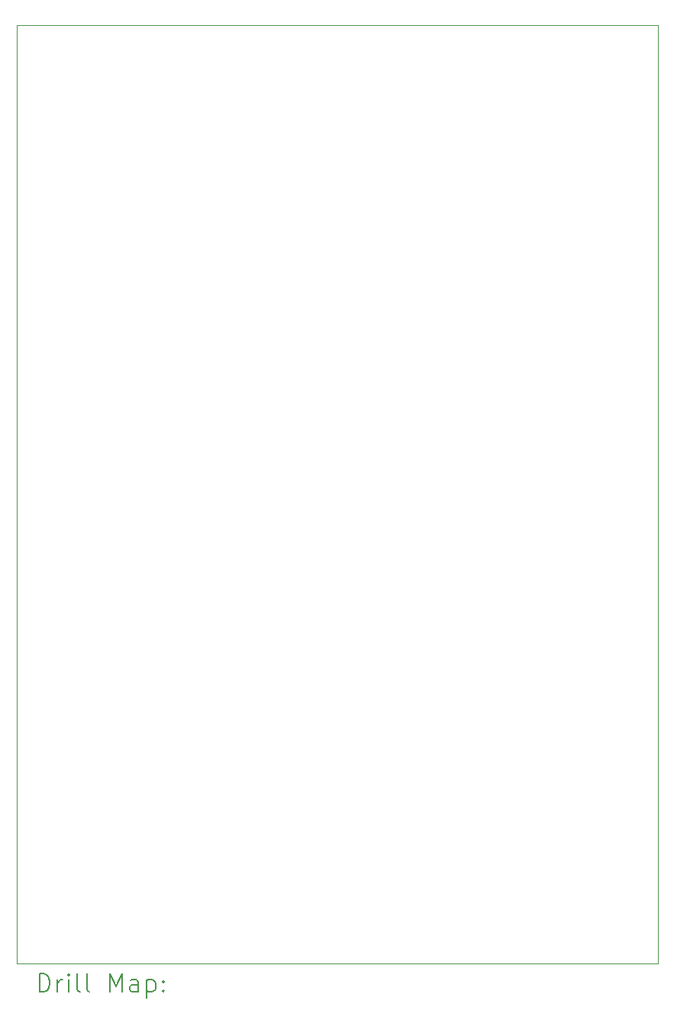
<source format=gbr>
%TF.GenerationSoftware,KiCad,Pcbnew,7.0.5-7.0.5~ubuntu22.04.1*%
%TF.CreationDate,2023-06-28T11:52:23+02:00*%
%TF.ProjectId,AS3397_proto_SMS,41533333-3937-45f7-9072-6f746f5f534d,rev?*%
%TF.SameCoordinates,Original*%
%TF.FileFunction,Drillmap*%
%TF.FilePolarity,Positive*%
%FSLAX45Y45*%
G04 Gerber Fmt 4.5, Leading zero omitted, Abs format (unit mm)*
G04 Created by KiCad (PCBNEW 7.0.5-7.0.5~ubuntu22.04.1) date 2023-06-28 11:52:23*
%MOMM*%
%LPD*%
G01*
G04 APERTURE LIST*
%ADD10C,0.100000*%
%ADD11C,0.200000*%
G04 APERTURE END LIST*
D10*
X7874000Y-4318000D02*
X14986000Y-4318000D01*
X14986000Y-4318000D02*
X14986000Y-14732000D01*
X14986000Y-14732000D02*
X7874000Y-14732000D01*
X7874000Y-14732000D02*
X7874000Y-4318000D01*
D11*
X8129777Y-15048484D02*
X8129777Y-14848484D01*
X8129777Y-14848484D02*
X8177396Y-14848484D01*
X8177396Y-14848484D02*
X8205967Y-14858008D01*
X8205967Y-14858008D02*
X8225015Y-14877055D01*
X8225015Y-14877055D02*
X8234539Y-14896103D01*
X8234539Y-14896103D02*
X8244062Y-14934198D01*
X8244062Y-14934198D02*
X8244062Y-14962769D01*
X8244062Y-14962769D02*
X8234539Y-15000865D01*
X8234539Y-15000865D02*
X8225015Y-15019912D01*
X8225015Y-15019912D02*
X8205967Y-15038960D01*
X8205967Y-15038960D02*
X8177396Y-15048484D01*
X8177396Y-15048484D02*
X8129777Y-15048484D01*
X8329777Y-15048484D02*
X8329777Y-14915150D01*
X8329777Y-14953246D02*
X8339301Y-14934198D01*
X8339301Y-14934198D02*
X8348824Y-14924674D01*
X8348824Y-14924674D02*
X8367872Y-14915150D01*
X8367872Y-14915150D02*
X8386920Y-14915150D01*
X8453586Y-15048484D02*
X8453586Y-14915150D01*
X8453586Y-14848484D02*
X8444063Y-14858008D01*
X8444063Y-14858008D02*
X8453586Y-14867531D01*
X8453586Y-14867531D02*
X8463110Y-14858008D01*
X8463110Y-14858008D02*
X8453586Y-14848484D01*
X8453586Y-14848484D02*
X8453586Y-14867531D01*
X8577396Y-15048484D02*
X8558348Y-15038960D01*
X8558348Y-15038960D02*
X8548824Y-15019912D01*
X8548824Y-15019912D02*
X8548824Y-14848484D01*
X8682158Y-15048484D02*
X8663110Y-15038960D01*
X8663110Y-15038960D02*
X8653586Y-15019912D01*
X8653586Y-15019912D02*
X8653586Y-14848484D01*
X8910729Y-15048484D02*
X8910729Y-14848484D01*
X8910729Y-14848484D02*
X8977396Y-14991341D01*
X8977396Y-14991341D02*
X9044063Y-14848484D01*
X9044063Y-14848484D02*
X9044063Y-15048484D01*
X9225015Y-15048484D02*
X9225015Y-14943722D01*
X9225015Y-14943722D02*
X9215491Y-14924674D01*
X9215491Y-14924674D02*
X9196444Y-14915150D01*
X9196444Y-14915150D02*
X9158348Y-14915150D01*
X9158348Y-14915150D02*
X9139301Y-14924674D01*
X9225015Y-15038960D02*
X9205967Y-15048484D01*
X9205967Y-15048484D02*
X9158348Y-15048484D01*
X9158348Y-15048484D02*
X9139301Y-15038960D01*
X9139301Y-15038960D02*
X9129777Y-15019912D01*
X9129777Y-15019912D02*
X9129777Y-15000865D01*
X9129777Y-15000865D02*
X9139301Y-14981817D01*
X9139301Y-14981817D02*
X9158348Y-14972293D01*
X9158348Y-14972293D02*
X9205967Y-14972293D01*
X9205967Y-14972293D02*
X9225015Y-14962769D01*
X9320253Y-14915150D02*
X9320253Y-15115150D01*
X9320253Y-14924674D02*
X9339301Y-14915150D01*
X9339301Y-14915150D02*
X9377396Y-14915150D01*
X9377396Y-14915150D02*
X9396444Y-14924674D01*
X9396444Y-14924674D02*
X9405967Y-14934198D01*
X9405967Y-14934198D02*
X9415491Y-14953246D01*
X9415491Y-14953246D02*
X9415491Y-15010388D01*
X9415491Y-15010388D02*
X9405967Y-15029436D01*
X9405967Y-15029436D02*
X9396444Y-15038960D01*
X9396444Y-15038960D02*
X9377396Y-15048484D01*
X9377396Y-15048484D02*
X9339301Y-15048484D01*
X9339301Y-15048484D02*
X9320253Y-15038960D01*
X9501205Y-15029436D02*
X9510729Y-15038960D01*
X9510729Y-15038960D02*
X9501205Y-15048484D01*
X9501205Y-15048484D02*
X9491682Y-15038960D01*
X9491682Y-15038960D02*
X9501205Y-15029436D01*
X9501205Y-15029436D02*
X9501205Y-15048484D01*
X9501205Y-14924674D02*
X9510729Y-14934198D01*
X9510729Y-14934198D02*
X9501205Y-14943722D01*
X9501205Y-14943722D02*
X9491682Y-14934198D01*
X9491682Y-14934198D02*
X9501205Y-14924674D01*
X9501205Y-14924674D02*
X9501205Y-14943722D01*
M02*

</source>
